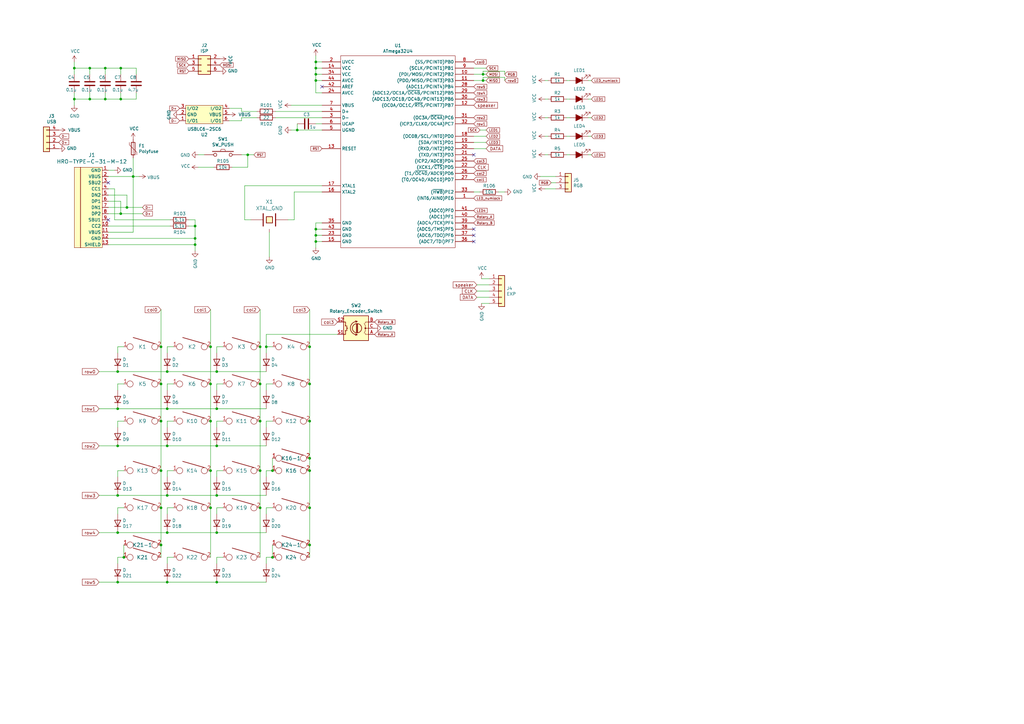
<source format=kicad_sch>
(kicad_sch (version 20230121) (generator eeschema)
  (paper "A3")
  (junction (at 86.36 208.28))
  (junction (at 43.18 40.64))
  (junction (at 127 187.96))
  (junction (at 129.54 27.94))
  (junction (at 88.9 182.88))
  (junction (at 129.54 93.98))
  (junction (at 80.01 97.79))
  (junction (at 48.26 203.2))
  (junction (at 30.48 27.94))
  (junction (at 66.04 142.24))
  (junction (at 86.36 193.04))
  (junction (at 80.01 92.71))
  (junction (at 111.76 228.6))
  (junction (at 129.54 33.02))
  (junction (at 66.04 172.72))
  (junction (at 129.54 96.52))
  (junction (at 86.36 142.24))
  (junction (at 86.36 172.72))
  (junction (at 129.54 30.48))
  (junction (at 49.53 87.63))
  (junction (at 68.58 203.2))
  (junction (at 36.83 40.64))
  (junction (at 127 223.52))
  (junction (at 80.01 100.33))
  (junction (at 198.12 33.02))
  (junction (at 66.04 193.04))
  (junction (at 88.9 167.64))
  (junction (at 36.83 27.94))
  (junction (at 48.26 238.76))
  (junction (at 127 172.72))
  (junction (at 121.92 53.34))
  (junction (at 52.07 85.09))
  (junction (at 129.54 25.4))
  (junction (at 127 208.28))
  (junction (at 48.26 167.64))
  (junction (at 68.58 238.76))
  (junction (at 88.9 218.44))
  (junction (at 49.53 40.64))
  (junction (at 106.68 172.72))
  (junction (at 48.26 152.4))
  (junction (at 106.68 142.24))
  (junction (at 68.58 218.44))
  (junction (at 68.58 182.88))
  (junction (at 109.22 142.24))
  (junction (at 106.68 208.28))
  (junction (at 106.68 193.04))
  (junction (at 66.04 157.48))
  (junction (at 50.8 228.6))
  (junction (at 30.48 40.64))
  (junction (at 66.04 208.28))
  (junction (at 127 157.48))
  (junction (at 86.36 157.48))
  (junction (at 88.9 238.76))
  (junction (at 66.04 223.52))
  (junction (at 101.6 63.5))
  (junction (at 198.12 30.48))
  (junction (at 43.18 27.94))
  (junction (at 68.58 167.64))
  (junction (at 48.26 182.88))
  (junction (at 49.53 27.94))
  (junction (at 127 142.24))
  (junction (at 106.68 157.48))
  (junction (at 54.61 72.39))
  (junction (at 48.26 218.44))
  (junction (at 88.9 152.4))
  (junction (at 88.9 203.2))
  (junction (at 68.58 152.4))
  (junction (at 111.76 193.04))
  (junction (at 127 193.04))
  (junction (at 129.54 99.06))
  (no_connect (at 132.08 35.56))
  (no_connect (at 194.31 96.52))
  (no_connect (at 194.31 93.98))
  (no_connect (at 194.31 99.06))
  (no_connect (at 44.45 74.93))
  (no_connect (at 44.45 90.17))
  (no_connect (at 194.31 63.5))
  (wire (pts (xy 127 208.28) (xy 127 223.52)))
  (wire (pts (xy 48.26 193.04) (xy 50.8 193.04)))
  (wire (pts (xy 88.9 157.48) (xy 91.44 157.48)))
  (wire (pts (xy 198.12 31.75) (xy 207.01 31.75)))
  (wire (pts (xy 127 157.48) (xy 127 172.72)))
  (wire (pts (xy 241.3 55.88) (xy 242.57 55.88)))
  (wire (pts (xy 48.26 160.02) (xy 48.26 157.48)))
  (wire (pts (xy 48.26 208.28) (xy 50.8 208.28)))
  (wire (pts (xy 99.06 44.45) (xy 99.06 45.72)))
  (wire (pts (xy 49.53 87.63) (xy 49.53 82.55)))
  (wire (pts (xy 86.36 172.72) (xy 86.36 193.04)))
  (wire (pts (xy 68.58 182.88) (xy 88.9 182.88)))
  (wire (pts (xy 223.52 77.47) (xy 227.965 77.47)))
  (wire (pts (xy 113.03 48.26) (xy 132.08 48.26)))
  (wire (pts (xy 111.76 223.52) (xy 111.76 228.6)))
  (wire (pts (xy 109.22 195.58) (xy 109.22 193.04)))
  (wire (pts (xy 127 127) (xy 127 142.24)))
  (wire (pts (xy 48.26 228.6) (xy 50.8 228.6)))
  (wire (pts (xy 68.58 193.04) (xy 71.12 193.04)))
  (wire (pts (xy 100.33 90.17) (xy 102.87 90.17)))
  (wire (pts (xy 40.64 182.88) (xy 48.26 182.88)))
  (wire (pts (xy 129.54 27.94) (xy 129.54 30.48)))
  (wire (pts (xy 40.64 203.2) (xy 48.26 203.2)))
  (wire (pts (xy 68.58 160.02) (xy 68.58 157.48)))
  (wire (pts (xy 127 193.04) (xy 127 208.28)))
  (wire (pts (xy 223.52 63.5) (xy 224.79 63.5)))
  (wire (pts (xy 109.22 172.72) (xy 111.76 172.72)))
  (wire (pts (xy 48.26 238.76) (xy 68.58 238.76)))
  (wire (pts (xy 88.9 231.14) (xy 88.9 228.6)))
  (wire (pts (xy 111.76 187.96) (xy 111.76 193.04)))
  (wire (pts (xy 132.08 96.52) (xy 129.54 96.52)))
  (wire (pts (xy 129.54 22.86) (xy 129.54 25.4)))
  (wire (pts (xy 207.01 29.21) (xy 198.12 29.21)))
  (wire (pts (xy 101.6 63.5) (xy 101.6 68.58)))
  (wire (pts (xy 43.18 27.94) (xy 49.53 27.94)))
  (wire (pts (xy 197.485 124.46) (xy 200.66 124.46)))
  (wire (pts (xy 68.58 218.44) (xy 88.9 218.44)))
  (wire (pts (xy 68.58 157.48) (xy 71.12 157.48)))
  (wire (pts (xy 68.58 175.26) (xy 68.58 172.72)))
  (wire (pts (xy 36.83 30.48) (xy 36.83 27.94)))
  (wire (pts (xy 88.9 218.44) (xy 109.22 218.44)))
  (wire (pts (xy 129.54 91.44) (xy 129.54 93.98)))
  (wire (pts (xy 88.9 144.78) (xy 88.9 142.24)))
  (wire (pts (xy 132.08 27.94) (xy 129.54 27.94)))
  (wire (pts (xy 129.54 25.4) (xy 129.54 27.94)))
  (wire (pts (xy 88.9 193.04) (xy 91.44 193.04)))
  (wire (pts (xy 66.04 157.48) (xy 66.04 172.72)))
  (wire (pts (xy 77.47 92.71) (xy 80.01 92.71)))
  (wire (pts (xy 30.48 40.64) (xy 36.83 40.64)))
  (wire (pts (xy 68.58 172.72) (xy 71.12 172.72)))
  (wire (pts (xy 109.22 231.14) (xy 109.22 228.6)))
  (wire (pts (xy 100.33 90.17) (xy 100.33 76.2)))
  (wire (pts (xy 88.9 195.58) (xy 88.9 193.04)))
  (wire (pts (xy 44.45 77.47) (xy 46.99 77.47)))
  (wire (pts (xy 241.3 63.5) (xy 242.57 63.5)))
  (wire (pts (xy 52.07 80.01) (xy 52.07 85.09)))
  (wire (pts (xy 44.45 72.39) (xy 54.61 72.39)))
  (wire (pts (xy 55.88 27.94) (xy 55.88 30.48)))
  (wire (pts (xy 241.3 33.02) (xy 242.57 33.02)))
  (wire (pts (xy 81.28 63.5) (xy 83.82 63.5)))
  (wire (pts (xy 68.58 144.78) (xy 68.58 142.24)))
  (wire (pts (xy 52.07 85.09) (xy 58.42 85.09)))
  (wire (pts (xy 194.31 33.02) (xy 198.12 33.02)))
  (wire (pts (xy 100.33 76.2) (xy 132.08 76.2)))
  (wire (pts (xy 127 187.96) (xy 127 193.04)))
  (wire (pts (xy 48.26 167.64) (xy 68.58 167.64)))
  (wire (pts (xy 44.45 69.85) (xy 46.99 69.85)))
  (wire (pts (xy 233.68 33.02) (xy 232.41 33.02)))
  (wire (pts (xy 221.615 72.39) (xy 227.965 72.39)))
  (wire (pts (xy 43.18 30.48) (xy 43.18 27.94)))
  (wire (pts (xy 99.06 49.53) (xy 99.06 48.26)))
  (wire (pts (xy 199.39 60.96) (xy 194.31 60.96)))
  (wire (pts (xy 110.49 95.25) (xy 110.49 105.41)))
  (wire (pts (xy 132.08 78.74) (xy 120.65 78.74)))
  (wire (pts (xy 48.26 182.88) (xy 68.58 182.88)))
  (wire (pts (xy 109.22 137.16) (xy 109.22 142.24)))
  (wire (pts (xy 106.68 208.28) (xy 106.68 228.6)))
  (wire (pts (xy 99.06 45.72) (xy 105.41 45.72)))
  (wire (pts (xy 233.68 63.5) (xy 232.41 63.5)))
  (wire (pts (xy 30.48 40.64) (xy 30.48 43.18)))
  (wire (pts (xy 68.58 152.4) (xy 88.9 152.4)))
  (wire (pts (xy 195.58 119.38) (xy 200.66 119.38)))
  (wire (pts (xy 68.58 228.6) (xy 71.12 228.6)))
  (wire (pts (xy 36.83 27.94) (xy 43.18 27.94)))
  (wire (pts (xy 198.12 33.02) (xy 199.39 33.02)))
  (wire (pts (xy 86.36 142.24) (xy 86.36 127)))
  (wire (pts (xy 66.04 127) (xy 66.04 142.24)))
  (wire (pts (xy 127 172.72) (xy 127 187.96)))
  (wire (pts (xy 129.54 93.98) (xy 129.54 96.52)))
  (wire (pts (xy 196.85 53.34) (xy 199.39 53.34)))
  (wire (pts (xy 44.45 87.63) (xy 49.53 87.63)))
  (wire (pts (xy 129.54 101.6) (xy 129.54 99.06)))
  (wire (pts (xy 81.28 68.58) (xy 87.63 68.58)))
  (wire (pts (xy 48.26 157.48) (xy 50.8 157.48)))
  (wire (pts (xy 40.64 238.76) (xy 48.26 238.76)))
  (wire (pts (xy 68.58 142.24) (xy 71.12 142.24)))
  (wire (pts (xy 132.08 91.44) (xy 129.54 91.44)))
  (wire (pts (xy 194.31 27.94) (xy 199.39 27.94)))
  (wire (pts (xy 48.26 210.82) (xy 48.26 208.28)))
  (wire (pts (xy 55.88 40.64) (xy 55.88 38.1)))
  (wire (pts (xy 88.9 160.02) (xy 88.9 157.48)))
  (wire (pts (xy 49.53 40.64) (xy 49.53 38.1)))
  (wire (pts (xy 54.61 95.25) (xy 44.45 95.25)))
  (wire (pts (xy 88.9 152.4) (xy 109.22 152.4)))
  (wire (pts (xy 49.53 87.63) (xy 58.42 87.63)))
  (wire (pts (xy 121.92 53.34) (xy 132.08 53.34)))
  (wire (pts (xy 198.12 29.21) (xy 198.12 30.48)))
  (wire (pts (xy 241.3 48.26) (xy 242.57 48.26)))
  (wire (pts (xy 207.01 78.74) (xy 204.47 78.74)))
  (wire (pts (xy 66.04 193.04) (xy 66.04 208.28)))
  (wire (pts (xy 40.64 218.44) (xy 48.26 218.44)))
  (wire (pts (xy 132.08 25.4) (xy 129.54 25.4)))
  (wire (pts (xy 109.22 193.04) (xy 111.76 193.04)))
  (wire (pts (xy 109.22 175.26) (xy 109.22 172.72)))
  (wire (pts (xy 106.68 193.04) (xy 106.68 208.28)))
  (wire (pts (xy 54.61 72.39) (xy 54.61 95.25)))
  (wire (pts (xy 195.58 116.84) (xy 200.66 116.84)))
  (wire (pts (xy 121.92 50.8) (xy 121.92 53.34)))
  (wire (pts (xy 30.48 25.4) (xy 30.48 27.94)))
  (wire (pts (xy 44.45 97.79) (xy 80.01 97.79)))
  (wire (pts (xy 109.22 210.82) (xy 109.22 208.28)))
  (wire (pts (xy 43.18 40.64) (xy 43.18 38.1)))
  (wire (pts (xy 36.83 40.64) (xy 43.18 40.64)))
  (wire (pts (xy 109.22 157.48) (xy 111.76 157.48)))
  (wire (pts (xy 127 142.24) (xy 127 157.48)))
  (wire (pts (xy 223.52 40.64) (xy 224.79 40.64)))
  (wire (pts (xy 233.68 48.26) (xy 232.41 48.26)))
  (wire (pts (xy 199.39 30.48) (xy 198.12 30.48)))
  (wire (pts (xy 86.36 157.48) (xy 86.36 142.24)))
  (wire (pts (xy 106.68 142.24) (xy 106.68 157.48)))
  (wire (pts (xy 132.08 50.8) (xy 129.54 50.8)))
  (wire (pts (xy 68.58 195.58) (xy 68.58 193.04)))
  (wire (pts (xy 99.06 48.26) (xy 105.41 48.26)))
  (wire (pts (xy 132.08 30.48) (xy 129.54 30.48)))
  (wire (pts (xy 109.22 142.24) (xy 111.76 142.24)))
  (wire (pts (xy 101.6 68.58) (xy 95.25 68.58)))
  (wire (pts (xy 88.9 167.64) (xy 109.22 167.64)))
  (wire (pts (xy 88.9 203.2) (xy 109.22 203.2)))
  (wire (pts (xy 44.45 80.01) (xy 52.07 80.01)))
  (wire (pts (xy 49.53 27.94) (xy 55.88 27.94)))
  (wire (pts (xy 106.68 172.72) (xy 106.68 193.04)))
  (wire (pts (xy 132.08 33.02) (xy 129.54 33.02)))
  (wire (pts (xy 49.53 40.64) (xy 55.88 40.64)))
  (wire (pts (xy 40.64 167.64) (xy 48.26 167.64)))
  (wire (pts (xy 46.99 77.47) (xy 46.99 90.17)))
  (wire (pts (xy 30.48 27.94) (xy 36.83 27.94)))
  (wire (pts (xy 30.48 27.94) (xy 30.48 30.48)))
  (wire (pts (xy 30.48 38.1) (xy 30.48 40.64)))
  (wire (pts (xy 49.53 30.48) (xy 49.53 27.94)))
  (wire (pts (xy 109.22 160.02) (xy 109.22 157.48)))
  (wire (pts (xy 36.83 40.64) (xy 36.83 38.1)))
  (wire (pts (xy 109.22 208.28) (xy 111.76 208.28)))
  (wire (pts (xy 66.04 223.52) (xy 66.04 228.6)))
  (wire (pts (xy 226.06 74.93) (xy 227.965 74.93)))
  (wire (pts (xy 52.07 85.09) (xy 44.45 85.09)))
  (wire (pts (xy 44.45 100.33) (xy 80.01 100.33)))
  (wire (pts (xy 241.3 40.64) (xy 242.57 40.64)))
  (wire (pts (xy 99.06 63.5) (xy 101.6 63.5)))
  (wire (pts (xy 66.04 172.72) (xy 66.04 193.04)))
  (wire (pts (xy 88.9 208.28) (xy 91.44 208.28)))
  (wire (pts (xy 120.65 78.74) (xy 120.65 90.17)))
  (wire (pts (xy 54.61 72.39) (xy 57.15 72.39)))
  (wire (pts (xy 88.9 175.26) (xy 88.9 172.72)))
  (wire (pts (xy 120.65 90.17) (xy 118.11 90.17)))
  (wire (pts (xy 68.58 167.64) (xy 88.9 167.64)))
  (wire (pts (xy 129.54 33.02) (xy 129.54 38.1)))
  (wire (pts (xy 129.54 99.06) (xy 132.08 99.06)))
  (wire (pts (xy 132.08 43.18) (xy 119.38 43.18)))
  (wire (pts (xy 199.39 55.88) (xy 194.31 55.88)))
  (wire (pts (xy 88.9 228.6) (xy 91.44 228.6)))
  (wire (pts (xy 106.68 157.48) (xy 106.68 172.72)))
  (wire (pts (xy 93.98 49.53) (xy 99.06 49.53)))
  (wire (pts (xy 113.03 45.72) (xy 132.08 45.72)))
  (wire (pts (xy 223.52 33.02) (xy 224.79 33.02)))
  (wire (pts (xy 207.01 30.48) (xy 207.01 29.21)))
  (wire (pts (xy 80.01 90.17) (xy 80.01 92.71)))
  (wire (pts (xy 88.9 142.24) (xy 91.44 142.24)))
  (wire (pts (xy 80.01 92.71) (xy 80.01 97.79)))
  (wire (pts (xy 86.36 172.72) (xy 86.36 157.48)))
  (wire (pts (xy 48.26 218.44) (xy 68.58 218.44)))
  (wire (pts (xy 93.98 44.45) (xy 99.06 44.45)))
  (wire (pts (xy 198.12 30.48) (xy 194.31 30.48)))
  (wire (pts (xy 223.52 48.26) (xy 224.79 48.26)))
  (wire (pts (xy 194.31 58.42) (xy 199.39 58.42)))
  (wire (pts (xy 196.85 78.74) (xy 194.31 78.74)))
  (wire (pts (xy 197.485 114.3) (xy 200.66 114.3)))
  (wire (pts (xy 86.36 208.28) (xy 86.36 228.6)))
  (wire (pts (xy 43.18 40.64) (xy 49.53 40.64)))
  (wire (pts (xy 198.12 31.75) (xy 198.12 33.02)))
  (wire (pts (xy 233.68 40.64) (xy 232.41 40.64)))
  (wire (pts (xy 88.9 172.72) (xy 91.44 172.72)))
  (wire (pts (xy 80.01 100.33) (xy 80.01 102.87)))
  (wire (pts (xy 77.47 90.17) (xy 80.01 90.17)))
  (wire (pts (xy 129.54 38.1) (xy 132.08 38.1)))
  (wire (pts (xy 88.9 210.82) (xy 88.9 208.28)))
  (wire (pts (xy 49.53 82.55) (xy 44.45 82.55)))
  (wire (pts (xy 68.58 203.2) (xy 88.9 203.2)))
  (wire (pts (xy 80.01 97.79) (xy 80.01 100.33)))
  (wire (pts (xy 48.26 195.58) (xy 48.26 193.04)))
  (wire (pts (xy 40.64 152.4) (xy 48.26 152.4)))
  (wire (pts (xy 127 223.52) (xy 127 228.6)))
  (wire (pts (xy 54.61 72.39) (xy 54.61 64.77)))
  (wire (pts (xy 88.9 238.76) (xy 109.22 238.76)))
  (wire (pts (xy 48.26 144.78) (xy 48.26 142.24)))
  (wire (pts (xy 86.36 208.28) (xy 86.36 193.04)))
  (wire (pts (xy 195.58 121.92) (xy 200.66 121.92)))
  (wire (pts (xy 66.04 142.24) (xy 66.04 157.48)))
  (wire (pts (xy 50.8 223.52) (xy 50.8 228.6)))
  (wire (pts (xy 48.26 203.2) (xy 68.58 203.2)))
  (wire (pts (xy 48.26 172.72) (xy 50.8 172.72)))
  (wire (pts (xy 132.08 93.98) (xy 129.54 93.98)))
  (wire (pts (xy 68.58 231.14) (xy 68.58 228.6)))
  (wire (pts (xy 138.43 137.16) (xy 109.22 137.16)))
  (wire (pts (xy 48.26 175.26) (xy 48.26 172.72)))
  (wire (pts (xy 48.26 231.14) (xy 48.26 228.6)))
  (wire (pts (xy 109.22 228.6) (xy 111.76 228.6)))
  (wire (pts (xy 68.58 238.76) (xy 88.9 238.76)))
  (wire (pts (xy 48.26 142.24) (xy 50.8 142.24)))
  (wire (pts (xy 106.68 127) (xy 106.68 142.24)))
  (wire (pts (xy 129.54 30.48) (xy 129.54 33.02)))
  (wire (pts (xy 88.9 182.88) (xy 109.22 182.88)))
  (wire (pts (xy 44.45 92.71) (xy 69.85 92.71)))
  (wire (pts (xy 119.38 53.34) (xy 121.92 53.34)))
  (wire (pts (xy 48.26 152.4) (xy 68.58 152.4)))
  (wire (pts (xy 223.52 55.88) (xy 224.79 55.88)))
  (wire (pts (xy 46.99 90.17) (xy 69.85 90.17)))
  (wire (pts (xy 68.58 210.82) (xy 68.58 208.28)))
  (wire (pts (xy 129.54 96.52) (xy 129.54 99.06)))
  (wire (pts (xy 66.04 208.28) (xy 66.04 223.52)))
  (wire (pts (xy 68.58 208.28) (xy 71.12 208.28)))
  (wire (pts (xy 207.01 33.02) (xy 207.01 31.75)))
  (wire (pts (xy 104.14 63.5) (xy 101.6 63.5)))
  (wire (pts (xy 233.68 55.88) (xy 232.41 55.88)))
  (wire (pts (xy 109.22 144.78) (xy 109.22 142.24)))
  (global_label "CLK" (shape input) (at 194.31 68.58 0) (property "Intersheetrefs" "${INTERSHEET_REFS}" (effects hide)))
  (global_label "D+" (shape input) (at 73.66 44.45 180) (effects (font (size 0.9906 0.9906))) (property "Intersheetrefs" "${INTERSHEET_REFS}" (effects hide)))
  (global_label "row2" (shape input) (at 40.64 182.88 180) (property "Intersheetrefs" "${INTERSHEET_REFS}" (effects hide)))
  (global_label "CLK" (shape input) (at 195.58 119.38 180) (property "Intersheetrefs" "${INTERSHEET_REFS}" (effects hide)))
  (global_label "LED1" (shape input) (at 199.39 53.34 0) (effects (font (size 0.9906 0.9906))) (property "Intersheetrefs" "${INTERSHEET_REFS}" (effects hide)))
  (global_label "LED4" (shape input) (at 242.57 63.5 0) (effects (font (size 0.9906 0.9906))) (property "Intersheetrefs" "${INTERSHEET_REFS}" (effects hide)))
  (global_label "LED1" (shape input) (at 242.57 40.64 0) (effects (font (size 0.9906 0.9906))) (property "Intersheetrefs" "${INTERSHEET_REFS}" (effects hide)))
  (global_label "DATA" (shape input) (at 195.58 121.92 180) (property "Intersheetrefs" "${INTERSHEET_REFS}" (effects hide)))
  (global_label "row0" (shape input) (at 207.01 33.02 0) (effects (font (size 0.9906 0.9906))) (property "Intersheetrefs" "${INTERSHEET_REFS}" (effects hide)))
  (global_label "col1" (shape input) (at 194.31 73.66 0) (effects (font (size 0.9906 0.9906))) (property "Intersheetrefs" "${INTERSHEET_REFS}" (effects hide)))
  (global_label "SCK" (shape input) (at 77.47 26.67 180) (effects (font (size 0.9906 0.9906))) (property "Intersheetrefs" "${INTERSHEET_REFS}" (effects hide)))
  (global_label "LED3" (shape input) (at 199.39 58.42 0) (effects (font (size 0.9906 0.9906))) (property "Intersheetrefs" "${INTERSHEET_REFS}" (effects hide)))
  (global_label "row4" (shape input) (at 40.64 218.44 180) (property "Intersheetrefs" "${INTERSHEET_REFS}" (effects hide)))
  (global_label "row0" (shape input) (at 40.64 152.4 180) (property "Intersheetrefs" "${INTERSHEET_REFS}" (effects hide)))
  (global_label "D+" (shape input) (at 24.13 58.42 0) (effects (font (size 0.9906 0.9906))) (property "Intersheetrefs" "${INTERSHEET_REFS}" (effects hide)))
  (global_label "row3" (shape input) (at 194.31 40.64 0) (effects (font (size 0.9906 0.9906))) (property "Intersheetrefs" "${INTERSHEET_REFS}" (effects hide)))
  (global_label "RST" (shape input) (at 104.14 63.5 0) (effects (font (size 0.9906 0.9906))) (property "Intersheetrefs" "${INTERSHEET_REFS}" (effects hide)))
  (global_label "row1" (shape input) (at 194.31 50.8 0) (effects (font (size 0.9906 0.9906))) (property "Intersheetrefs" "${INTERSHEET_REFS}" (effects hide)))
  (global_label "SCK" (shape input) (at 199.39 27.94 0) (effects (font (size 0.9906 0.9906))) (property "Intersheetrefs" "${INTERSHEET_REFS}" (effects hide)))
  (global_label "D-" (shape input) (at 73.66 49.53 180) (effects (font (size 0.9906 0.9906))) (property "Intersheetrefs" "${INTERSHEET_REFS}" (effects hide)))
  (global_label "LED3" (shape input) (at 242.57 55.88 0) (effects (font (size 0.9906 0.9906))) (property "Intersheetrefs" "${INTERSHEET_REFS}" (effects hide)))
  (global_label "Rotary_A" (shape input) (at 194.31 88.9 0) (effects (font (size 0.9906 0.9906))) (property "Intersheetrefs" "${INTERSHEET_REFS}" (effects hide)))
  (global_label "Rotary_B" (shape input) (at 153.67 132.08 0) (effects (font (size 0.9906 0.9906))) (property "Intersheetrefs" "${INTERSHEET_REFS}" (effects hide)))
  (global_label "RST" (shape input) (at 77.47 29.21 180) (effects (font (size 0.9906 0.9906))) (property "Intersheetrefs" "${INTERSHEET_REFS}" (effects hide)))
  (global_label "speaker" (shape input) (at 195.58 116.84 180) (property "Intersheetrefs" "${INTERSHEET_REFS}" (effects hide)))
  (global_label "col0" (shape input) (at 194.31 25.4 0) (effects (font (size 0.9906 0.9906))) (property "Intersheetrefs" "${INTERSHEET_REFS}" (effects hide)))
  (global_label "DATA" (shape input) (at 199.39 60.96 0) (property "Intersheetrefs" "${INTERSHEET_REFS}" (effects hide)))
  (global_label "col2" (shape input) (at 106.68 127 180) (property "Intersheetrefs" "${INTERSHEET_REFS}" (effects hide)))
  (global_label "col1" (shape input) (at 86.36 127 180) (property "Intersheetrefs" "${INTERSHEET_REFS}" (effects hide)))
  (global_label "row5" (shape input) (at 194.31 35.56 0) (effects (font (size 0.9906 0.9906))) (property "Intersheetrefs" "${INTERSHEET_REFS}" (effects hide)))
  (global_label "LED_numlock" (shape input) (at 242.57 33.02 0) (effects (font (size 0.9906 0.9906))) (property "Intersheetrefs" "${INTERSHEET_REFS}" (effects hide)))
  (global_label "speaker" (shape input) (at 194.31 43.18 0) (property "Intersheetrefs" "${INTERSHEET_REFS}" (effects hide)))
  (global_label "MOSI" (shape input) (at 90.17 26.67 0) (effects (font (size 0.9906 0.9906))) (property "Intersheetrefs" "${INTERSHEET_REFS}" (effects hide)))
  (global_label "col0" (shape input) (at 66.04 127 180) (property "Intersheetrefs" "${INTERSHEET_REFS}" (effects hide)))
  (global_label "row3" (shape input) (at 40.64 203.2 180) (property "Intersheetrefs" "${INTERSHEET_REFS}" (effects hide)))
  (global_label "col3" (shape input) (at 194.31 66.04 0) (effects (font (size 0.9906 0.9906))) (property "Intersheetrefs" "${INTERSHEET_REFS}" (effects hide)))
  (global_label "col3" (shape input) (at 127 127 180) (property "Intersheetrefs" "${INTERSHEET_REFS}" (effects hide)))
  (global_label "MISO" (shape input) (at 77.47 24.13 180) (effects (font (size 0.9906 0.9906))) (property "Intersheetrefs" "${INTERSHEET_REFS}" (effects hide)))
  (global_label "col2" (shape input) (at 194.31 71.12 0) (effects (font (size 0.9906 0.9906))) (property "Intersheetrefs" "${INTERSHEET_REFS}" (effects hide)))
  (global_label "D-" (shape input) (at 58.42 85.09 0) (effects (font (size 0.9906 0.9906))) (property "Intersheetrefs" "${INTERSHEET_REFS}" (effects hide)))
  (global_label "LED4" (shape input) (at 194.31 86.36 0) (effects (font (size 0.9906 0.9906))) (property "Intersheetrefs" "${INTERSHEET_REFS}" (effects hide)))
  (global_label "D-" (shape input) (at 24.13 55.88 0) (effects (font (size 0.9906 0.9906))) (property "Intersheetrefs" "${INTERSHEET_REFS}" (effects hide)))
  (global_label "Rotary_B" (shape input) (at 194.31 91.44 0) (effects (font (size 0.9906 0.9906))) (property "Intersheetrefs" "${INTERSHEET_REFS}" (effects hide)))
  (global_label "Rotary_A" (shape input) (at 153.67 137.16 0) (effects (font (size 0.9906 0.9906))) (property "Intersheetrefs" "${INTERSHEET_REFS}" (effects hide)))
  (global_label "MISO" (shape input) (at 199.39 33.02 0) (effects (font (size 0.9906 0.9906))) (property "Intersheetrefs" "${INTERSHEET_REFS}" (effects hide)))
  (global_label "RGB" (shape input) (at 226.06 74.93 180) (effects (font (size 0.991 0.991))) (property "Intersheetrefs" "${INTERSHEET_REFS}" (effects hide)))
  (global_label "row5" (shape input) (at 40.64 238.76 180) (property "Intersheetrefs" "${INTERSHEET_REFS}" (effects hide)))
  (global_label "row4" (shape input) (at 194.31 38.1 0) (effects (font (size 0.9906 0.9906))) (property "Intersheetrefs" "${INTERSHEET_REFS}" (effects hide)))
  (global_label "RST" (shape input) (at 132.08 60.96 180) (effects (font (size 0.9906 0.9906))) (property "Intersheetrefs" "${INTERSHEET_REFS}" (effects hide)))
  (global_label "MOSI" (shape input) (at 199.39 30.48 0) (effects (font (size 0.9906 0.9906))) (property "Intersheetrefs" "${INTERSHEET_REFS}" (effects hide)))
  (global_label "row1" (shape input) (at 40.64 167.64 180) (property "Intersheetrefs" "${INTERSHEET_REFS}" (effects hide)))
  (global_label "row2" (shape input) (at 194.31 48.26 0) (effects (font (size 0.9906 0.9906))) (property "Intersheetrefs" "${INTERSHEET_REFS}" (effects hide)))
  (global_label "LED2" (shape input) (at 242.57 48.26 0) (effects (font (size 0.9906 0.9906))) (property "Intersheetrefs" "${INTERSHEET_REFS}" (effects hide)))
  (global_label "LED_numlock" (shape input) (at 194.31 81.28 0) (effects (font (size 0.9906 0.9906))) (property "Intersheetrefs" "${INTERSHEET_REFS}" (effects hide)))
  (global_label "D+" (shape input) (at 58.42 87.63 0) (effects (font (size 0.9906 0.9906))) (property "Intersheetrefs" "${INTERSHEET_REFS}" (effects hide)))
  (global_label "RGB" (shape input) (at 207.01 30.48 0) (effects (font (size 0.991 0.991))) (property "Intersheetrefs" "${INTERSHEET_REFS}" (effects hide)))
  (global_label "LED2" (shape input) (at 199.39 55.88 0) (effects (font (size 0.9906 0.9906))) (property "Intersheetrefs" "${INTERSHEET_REFS}" (effects hide)))
  (global_label "col3" (shape input) (at 138.43 132.08 180) (property "Intersheetrefs" "${INTERSHEET_REFS}" (effects hide)))
  (global_label "SCK" (shape input) (at 196.85 53.34 180) (effects (font (size 0.9906 0.9906))) (property "Intersheetrefs" "${INTERSHEET_REFS}" (effects hide)))
  (symbol (lib_id "atmel:ATmega32U4") (at 163.83 64.77 0) (unit 1)
    (property "Reference" "U1" (at 163.195 18.669 0))
    (property "Value" "ATmega32U4" (at 163.195 20.9804 0))
    (property "Footprint" "Keeb_components:ATMEGA32U4" (effects hide))
  )
  (symbol (lib_id "Device:R") (at 109.22 45.72 270) (unit 1)
    (property "Reference" "R101" (at 109.22 43.18 90))
    (property "Value" "22" (at 109.22 45.72 90))
    (property "Footprint" "Keeb_components:R_0805" (effects hide))
  )
  (symbol (lib_id "Device:R") (at 109.22 48.26 90) (unit 1)
    (property "Reference" "R102" (at 109.22 50.8 90))
    (property "Value" "22" (at 109.22 48.26 90))
    (property "Footprint" "Keeb_components:R_0805" (effects hide))
  )
  (symbol (lib_id "Power:GND") (at 119.38 53.34 270) (unit 1)
    (property "Reference" "#PWR0101" (effects hide))
    (property "Value" "GND" (at 114.9858 53.467 0))
  )
  (symbol (lib_id "Power:VCC") (at 129.54 22.86 0) (unit 1)
    (property "Reference" "#PWR0103" (effects hide))
    (property "Value" "VCC" (at 129.9718 18.4658 0))
  )
  (symbol (lib_id "keyboard_parts:SW_PUSH") (at 91.44 63.5 0) (unit 1)
    (property "Reference" "SW1" (at 91.44 57.023 0))
    (property "Value" "SW_PUSH" (at 91.44 59.3344 0))
    (property "Footprint" "Keeb_components:HRO_K2-1109DE-D4SW-01" (effects hide))
  )
  (symbol (lib_id "Power:VCC") (at 81.28 68.58 90) (unit 1)
    (property "Reference" "#PWR0104" (effects hide))
    (property "Value" "VCC" (at 78.0542 68.1228 90) (effects (justify left)))
  )
  (symbol (lib_id "Device:R") (at 91.44 68.58 270) (unit 1)
    (property "Reference" "R105" (at 91.44 66.04 90))
    (property "Value" "10k" (at 91.44 68.58 90))
    (property "Footprint" "Keeb_components:R_0805" (effects hide))
  )
  (symbol (lib_id "Power:GND") (at 81.28 63.5 270) (unit 1)
    (property "Reference" "#PWR0105" (effects hide))
    (property "Value" "GND" (at 78.0288 63.627 90) (effects (justify right)))
  )
  (symbol (lib_id "Device:R") (at 200.66 78.74 270) (unit 1)
    (property "Reference" "R106" (at 200.66 76.2 90))
    (property "Value" "10k" (at 200.66 78.74 90))
    (property "Footprint" "Keeb_components:R_0805" (effects hide))
  )
  (symbol (lib_id "Power:GND") (at 207.01 78.74 90) (unit 1)
    (property "Reference" "#PWR0106" (effects hide))
    (property "Value" "GND" (at 210.2612 78.613 90) (effects (justify right)))
  )
  (symbol (lib_id "Device:C") (at 125.73 50.8 270) (unit 1)
    (property "Reference" "C3" (at 125.73 46.99 90))
    (property "Value" "1u" (at 128.27 52.07 90))
    (property "Footprint" "Keeb_components:C_0805" (effects hide))
  )
  (symbol (lib_id "keyboard_parts:XTAL_GND") (at 110.49 90.17 0) (unit 1)
    (property "Reference" "X1" (at 110.49 82.7532 0) (effects (font (size 1.524 1.524))))
    (property "Value" "XTAL_GND" (at 110.49 85.4456 0) (effects (font (size 1.524 1.524))))
    (property "Footprint" "Keeb_components:Resonator_SMD_muRata_CSTNExxV-3Pin-p1.2" (effects hide))
  )
  (symbol (lib_id "Power:GND") (at 110.49 105.41 0) (unit 1)
    (property "Reference" "#PWR0107" (effects hide))
    (property "Value" "GND" (at 110.617 109.8042 0))
  )
  (symbol (lib_id "Power:GND") (at 129.54 101.6 0) (unit 1)
    (property "Reference" "#PWR0108" (effects hide))
    (property "Value" "GND" (at 129.667 105.9942 0))
  )
  (symbol (lib_id "Power:VCC") (at 30.48 25.4 0) (unit 1)
    (property "Reference" "#PWR0109" (effects hide))
    (property "Value" "VCC" (at 30.9118 21.0058 0))
  )
  (symbol (lib_id "Power:GND") (at 30.48 43.18 0) (unit 1)
    (property "Reference" "#PWR0110" (effects hide))
    (property "Value" "GND" (at 30.607 47.5742 0))
  )
  (symbol (lib_id "Device:C") (at 30.48 34.29 180) (unit 1)
    (property "Reference" "C4" (at 29.21 31.75 0))
    (property "Value" "0.1u" (at 29.21 36.83 0))
    (property "Footprint" "Keeb_components:C_0805" (effects hide))
  )
  (symbol (lib_id "Device:C") (at 36.83 34.29 180) (unit 1)
    (property "Reference" "C5" (at 35.56 31.75 0))
    (property "Value" "0.1u" (at 35.56 36.83 0))
    (property "Footprint" "Keeb_components:C_0805" (effects hide))
  )
  (symbol (lib_id "Device:C") (at 43.18 34.29 180) (unit 1)
    (property "Reference" "C6" (at 41.91 31.75 0))
    (property "Value" "0.1u" (at 41.91 36.83 0))
    (property "Footprint" "Keeb_components:C_0805" (effects hide))
  )
  (symbol (lib_id "Device:C") (at 49.53 34.29 180) (unit 1)
    (property "Reference" "C7" (at 48.26 31.75 0))
    (property "Value" "0.1u" (at 48.26 36.83 0))
    (property "Footprint" "Keeb_components:C_0805" (effects hide))
  )
  (symbol (lib_id "Device:C") (at 55.88 34.29 180) (unit 1)
    (property "Reference" "C8" (at 54.61 31.75 0))
    (property "Value" "4.7u" (at 54.61 36.83 0))
    (property "Footprint" "Keeb_components:C_0805" (effects hide))
  )
  (symbol (lib_id "Device:Polyfuse") (at 54.61 60.96 0) (unit 1)
    (property "Reference" "F1" (at 56.8452 59.7916 0) (effects (justify left)))
    (property "Value" "Polyfuse" (at 56.8452 62.103 0) (effects (justify left)))
    (property "Footprint" "Keeb_components:R_0805" (effects hide))
  )
  (symbol (lib_id "keyboard_parts:USBLC6-2SC6") (at 83.82 46.99 0) (mirror x) (unit 1)
    (property "Reference" "U2" (at 83.82 55.245 0))
    (property "Value" "USBLC6-2SC6" (at 83.82 52.9336 0))
    (property "Footprint" "Keeb_components:USBLC6-2SC6" (effects hide))
    (property "Farnell" "1295310" (effects hide))
  )
  (symbol (lib_id "Type-C:HRO-TYPE-C-31-M-12") (at 41.91 83.82 0) (unit 1)
    (property "Reference" "J1" (at 37.6682 63.5762 0) (effects (font (size 1.524 1.524))))
    (property "Value" "HRO-TYPE-C-31-M-12" (at 37.6682 66.2686 0) (effects (font (size 1.524 1.524))))
    (property "Footprint" "Keeb_components:HRO-TYPE-C-31-M-12" (effects hide))
  )
  (symbol (lib_id "Power:GND") (at 46.99 69.85 90) (unit 1)
    (property "Reference" "#PWR0102" (effects hide))
    (property "Value" "GND" (at 50.2412 69.723 90) (effects (justify right)))
  )
  (symbol (lib_id "Device:R") (at 73.66 90.17 270) (unit 1)
    (property "Reference" "R103" (at 73.66 87.63 90))
    (property "Value" "5.1k" (at 73.66 90.17 90))
    (property "Footprint" "Keeb_components:R_0805" (effects hide))
  )
  (symbol (lib_id "Device:R") (at 73.66 92.71 90) (unit 1)
    (property "Reference" "R104" (at 73.66 95.25 90))
    (property "Value" "5.1k" (at 73.66 92.71 90))
    (property "Footprint" "Keeb_components:R_0805" (effects hide))
  )
  (symbol (lib_id "Power:GND") (at 80.01 102.87 0) (unit 1)
    (property "Reference" "#PWR0111" (effects hide))
    (property "Value" "GND" (at 80.137 106.1212 90) (effects (justify right)))
  )
  (symbol (lib_id "Power:VCC") (at 54.61 57.15 0) (unit 1)
    (property "Reference" "#PWR0112" (effects hide))
    (property "Value" "VCC" (at 55.0418 52.7558 0))
  )
  (symbol (lib_id "Power:VCC") (at 119.38 43.18 90) (unit 1)
    (property "Reference" "#PWR0113" (effects hide))
    (property "Value" "VCC" (at 114.9858 42.7482 0))
  )
  (symbol (lib_id "Power:VBUS") (at 57.15 72.39 270) (unit 1)
    (property "Reference" "#PWR0124" (effects hide))
    (property "Value" "VBUS" (at 60.4012 72.771 90) (effects (justify left)))
  )
  (symbol (lib_id "Power:VBUS") (at 93.98 46.99 270) (unit 1)
    (property "Reference" "#PWR0125" (effects hide))
    (property "Value" "VBUS" (at 97.79 46.99 90) (effects (justify left)))
  )
  (symbol (lib_id "Power:GND") (at 73.66 46.99 270) (unit 1)
    (property "Reference" "#PWR0126" (effects hide))
    (property "Value" "GND" (at 69.2658 47.117 0))
  )
  (symbol (lib_id "Connector_Generic:Conn_02x03_Odd_Even") (at 82.55 26.67 0) (unit 1)
    (property "Reference" "J2" (at 83.82 18.6182 0))
    (property "Value" "ISP" (at 83.82 20.9296 0))
    (property "Footprint" "Keeb_components:isp_standard" (effects hide))
  )
  (symbol (lib_id "Power:GND") (at 90.17 29.21 90) (unit 1)
    (property "Reference" "#PWR0120" (effects hide))
    (property "Value" "GND" (at 93.4212 29.083 90) (effects (justify right)))
  )
  (symbol (lib_id "Power:VCC") (at 90.17 24.13 270) (unit 1)
    (property "Reference" "#PWR0121" (effects hide))
    (property "Value" "VCC" (at 94.5642 24.5618 0))
  )
  (symbol (lib_id "keyboard_parts:KEYSW") (at 58.42 142.24 0) (mirror y) (unit 1)
    (property "Reference" "K1" (at 58.42 142.24 0) (effects (font (size 1.524 1.524))))
    (property "Value" "KEYSW" (effects hide))
    (property "Footprint" "Keeb_switches:CHERRY_PLATE_100H" (effects hide))
  )
  (symbol (lib_id "Device:D") (at 48.26 148.59 270) (mirror x) (unit 1)
    (property "Reference" "D1" (at 50.2666 149.7584 90) (effects (justify left)))
    (property "Value" "D" (at 50.2666 147.447 90) (effects (justify left)))
    (property "Footprint" "Keeb_components:D_0805" (effects hide))
  )
  (symbol (lib_id "keyboard_parts:KEYSW") (at 78.74 142.24 0) (mirror y) (unit 1)
    (property "Reference" "K2" (at 78.74 142.24 0) (effects (font (size 1.524 1.524))))
    (property "Value" "KEYSW" (effects hide))
    (property "Footprint" "Keeb_switches:CHERRY_PLATE_100H" (effects hide))
  )
  (symbol (lib_id "Device:D") (at 68.58 148.59 270) (mirror x) (unit 1)
    (property "Reference" "D2" (at 70.5866 149.7584 90) (effects (justify left)))
    (property "Value" "D" (at 70.5866 147.447 90) (effects (justify left)))
    (property "Footprint" "Keeb_components:D_0805" (effects hide))
  )
  (symbol (lib_id "keyboard_parts:KEYSW") (at 99.06 142.24 0) (mirror y) (unit 1)
    (property "Reference" "K3" (at 99.06 142.24 0) (effects (font (size 1.524 1.524))))
    (property "Value" "KEYSW" (effects hide))
    (property "Footprint" "Keeb_switches:CHERRY_PLATE_100H" (effects hide))
  )
  (symbol (lib_id "Device:D") (at 88.9 148.59 270) (mirror x) (unit 1)
    (property "Reference" "D3" (at 90.9066 149.7584 90) (effects (justify left)))
    (property "Value" "D" (at 90.9066 147.447 90) (effects (justify left)))
    (property "Footprint" "Keeb_components:D_0805" (effects hide))
  )
  (symbol (lib_id "keyboard_parts:KEYSW") (at 119.38 142.24 0) (mirror y) (unit 1)
    (property "Reference" "K4" (at 119.38 142.24 0) (effects (font (size 1.524 1.524))))
    (property "Value" "KEYSW" (effects hide))
    (property "Footprint" "Keeb_switches:CHERRY_PLATE_100H" (effects hide))
  )
  (symbol (lib_id "Device:D") (at 109.22 148.59 270) (mirror x) (unit 1)
    (property "Reference" "D4" (at 111.2266 149.7584 90) (effects (justify left)))
    (property "Value" "D" (at 111.2266 147.447 90) (effects (justify left)))
    (property "Footprint" "Keeb_components:D_0805" (effects hide))
  )
  (symbol (lib_id "keyboard_parts:KEYSW") (at 58.42 157.48 0) (mirror y) (unit 1)
    (property "Reference" "K5" (at 58.42 157.48 0) (effects (font (size 1.524 1.524))))
    (property "Value" "KEYSW" (effects hide))
    (property "Footprint" "Keeb_switches:CHERRY_PLATE_100H" (effects hide))
  )
  (symbol (lib_id "Device:D") (at 48.26 163.83 270) (mirror x) (unit 1)
    (property "Reference" "D5" (at 50.2666 164.9984 90) (effects (justify left)))
    (property "Value" "D" (at 50.2666 162.687 90) (effects (justify left)))
    (property "Footprint" "Keeb_components:D_0805" (effects hide))
  )
  (symbol (lib_id "keyboard_parts:KEYSW") (at 78.74 157.48 0) (mirror y) (unit 1)
    (property "Reference" "K6" (at 78.74 157.48 0) (effects (font (size 1.524 1.524))))
    (property "Value" "KEYSW" (effects hide))
    (property "Footprint" "Keeb_switches:CHERRY_PLATE_100H" (effects hide))
  )
  (symbol (lib_id "Device:D") (at 68.58 163.83 270) (mirror x) (unit 1)
    (property "Reference" "D6" (at 70.5866 164.9984 90) (effects (justify left)))
    (property "Value" "D" (at 70.5866 162.687 90) (effects (justify left)))
    (property "Footprint" "Keeb_components:D_0805" (effects hide))
  )
  (symbol (lib_id "keyboard_parts:KEYSW") (at 99.06 157.48 0) (mirror y) (unit 1)
    (property "Reference" "K7" (at 99.06 157.48 0) (effects (font (size 1.524 1.524))))
    (property "Value" "KEYSW" (effects hide))
    (property "Footprint" "Keeb_switches:CHERRY_PLATE_100H" (effects hide))
  )
  (symbol (lib_id "Device:D") (at 88.9 163.83 270) (mirror x) (unit 1)
    (property "Reference" "D7" (at 90.9066 164.9984 90) (effects (justify left)))
    (property "Value" "D" (at 90.9066 162.687 90) (effects (justify left)))
    (property "Footprint" "Keeb_components:D_0805" (effects hide))
  )
  (symbol (lib_id "keyboard_parts:KEYSW") (at 119.38 157.48 0) (mirror y) (unit 1)
    (property "Reference" "K8" (at 119.38 157.48 0) (effects (font (size 1.524 1.524))))
    (property "Value" "KEYSW" (effects hide))
    (property "Footprint" "Keeb_switches:CHERRY_PLATE_100H" (effects hide))
  )
  (symbol (lib_id "Device:D") (at 109.22 163.83 270) (mirror x) (unit 1)
    (property "Reference" "D8" (at 111.2266 164.9984 90) (effects (justify left)))
    (property "Value" "D" (at 111.2266 162.687 90) (effects (justify left)))
    (property "Footprint" "Keeb_components:D_0805" (effects hide))
  )
  (symbol (lib_id "keyboard_parts:KEYSW") (at 58.42 172.72 0) (mirror y) (unit 1)
    (property "Reference" "K9" (at 58.42 172.72 0) (effects (font (size 1.524 1.524))))
    (property "Value" "KEYSW" (effects hide))
    (property "Footprint" "Keeb_switches:CHERRY_PLATE_100H" (effects hide))
  )
  (symbol (lib_id "Device:D") (at 48.26 179.07 270) (mirror x) (unit 1)
    (property "Reference" "D9" (at 50.2666 180.2384 90) (effects (justify left)))
    (property "Value" "D" (at 50.2666 177.927 90) (effects (justify left)))
    (property "Footprint" "Keeb_components:D_0805" (effects hide))
  )
  (symbol (lib_id "keyboard_parts:KEYSW") (at 78.74 172.72 0) (mirror y) (unit 1)
    (property "Reference" "K10" (at 78.74 172.72 0) (effects (font (size 1.524 1.524))))
    (property "Value" "KEYSW" (effects hide))
    (property "Footprint" "Keeb_switches:CHERRY_PLATE_100H" (effects hide))
  )
  (symbol (lib_id "Device:D") (at 68.58 179.07 270) (mirror x) (unit 1)
    (property "Reference" "D10" (at 70.5866 180.2384 90) (effects (justify left)))
    (property "Value" "D" (at 70.5866 177.927 90) (effects (justify left)))
    (property "Footprint" "Keeb_components:D_0805" (effects hide))
  )
  (symbol (lib_id "keyboard_parts:KEYSW") (at 99.06 172.72 0) (mirror y) (unit 1)
    (property "Reference" "K11" (at 99.06 172.72 0) (effects (font (size 1.524 1.524))))
    (property "Value" "KEYSW" (effects hide))
    (property "Footprint" "Keeb_switches:CHERRY_PLATE_100H" (effects hide))
  )
  (symbol (lib_id "Device:D") (at 88.9 179.07 270) (mirror x) (unit 1)
    (property "Reference" "D11" (at 90.9066 180.2384 90) (effects (justify left)))
    (property "Value" "D" (at 90.9066 177.927 90) (effects (justify left)))
    (property "Footprint" "Keeb_components:D_0805" (effects hide))
  )
  (symbol (lib_id "keyboard_parts:KEYSW") (at 119.38 172.72 0) (mirror y) (unit 1)
    (property "Reference" "K12" (at 119.38 172.72 0) (effects (font (size 1.524 1.524))))
    (property "Value" "KEYSW" (effects hide))
    (property "Footprint" "Keeb_switches:CHERRY_PLATE_100H" (effects hide))
  )
  (symbol (lib_id "Device:D") (at 109.22 179.07 270) (mirror x) (unit 1)
    (property "Reference" "D12" (at 111.2266 180.2384 90) (effects (justify left)))
    (property "Value" "D" (at 111.2266 177.927 90) (effects (justify left)))
    (property "Footprint" "Keeb_components:D_0805" (effects hide))
  )
  (symbol (lib_id "keyboard_parts:KEYSW") (at 58.42 193.04 0) (mirror y) (unit 1)
    (property "Reference" "K13" (at 58.42 193.04 0) (effects (font (size 1.524 1.524))))
    (property "Value" "KEYSW" (effects hide))
    (property "Footprint" "Keeb_switches:CHERRY_PLATE_100H" (effects hide))
  )
  (symbol (lib_id "Device:D") (at 48.26 199.39 270) (mirror x) (unit 1)
    (property "Reference" "D13" (at 50.2666 200.5584 90) (effects (justify left)))
    (property "Value" "D" (at 50.2666 198.247 90) (effects (justify left)))
    (property "Footprint" "Keeb_components:D_0805" (effects hide))
  )
  (symbol (lib_id "keyboard_parts:KEYSW") (at 78.74 193.04 0) (mirror y) (unit 1)
    (property "Reference" "K14" (at 78.74 193.04 0) (effects (font (size 1.524 1.524))))
    (property "Value" "KEYSW" (effects hide))
    (property "Footprint" "Keeb_switches:CHERRY_PLATE_100H" (effects hide))
  )
  (symbol (lib_id "Device:D") (at 68.58 199.39 270) (mirror x) (unit 1)
    (property "Reference" "D14" (at 70.5866 200.5584 90) (effects (justify left)))
    (property "Value" "D" (at 70.5866 198.247 90) (effects (justify left)))
    (property "Footprint" "Keeb_components:D_0805" (effects hide))
  )
  (symbol (lib_id "keyboard_parts:KEYSW") (at 99.06 193.04 0) (mirror y) (unit 1)
    (property "Reference" "K15" (at 99.06 193.04 0) (effects (font (size 1.524 1.524))))
    (property "Value" "KEYSW" (effects hide))
    (property "Footprint" "Keeb_switches:CHERRY_PLATE_100H" (effects hide))
  )
  (symbol (lib_id "Device:D") (at 88.9 199.39 270) (mirror x) (unit 1)
    (property "Reference" "D15" (at 90.9066 200.5584 90) (effects (justify left)))
    (property "Value" "D" (at 90.9066 198.247 90) (effects (justify left)))
    (property "Footprint" "Keeb_components:D_0805" (effects hide))
  )
  (symbol (lib_id "keyboard_parts:KEYSW") (at 119.38 193.04 0) (mirror y) (unit 1)
    (property "Reference" "K16" (at 119.38 193.04 0) (effects (font (size 1.524 1.524))))
    (property "Value" "KEYSW" (effects hide))
    (property "Footprint" "Keeb_switches:CHERRY_PLATE_100H" (effects hide))
  )
  (symbol (lib_id "Device:D") (at 109.22 199.39 270) (mirror x) (unit 1)
    (property "Reference" "D16" (at 111.2266 200.5584 90) (effects (justify left)))
    (property "Value" "D" (at 111.2266 198.247 90) (effects (justify left)))
    (property "Footprint" "Keeb_components:D_0805" (effects hide))
  )
  (symbol (lib_id "keyboard_parts:KEYSW") (at 58.42 208.28 0) (mirror y) (unit 1)
    (property "Reference" "K17" (at 58.42 208.28 0) (effects (font (size 1.524 1.524))))
    (property "Value" "KEYSW" (effects hide))
    (property "Footprint" "Keeb_switches:CHERRY_PLATE_100H" (effects hide))
  )
  (symbol (lib_id "Device:D") (at 48.26 214.63 270) (mirror x) (unit 1)
    (property "Reference" "D17" (at 50.2666 215.7984 90) (effects (justify left)))
    (property "Value" "D" (at 50.2666 213.487 90) (effects (justify left)))
    (property "Footprint" "Keeb_components:D_0805" (effects hide))
  )
  (symbol (lib_id "keyboard_parts:KEYSW") (at 78.74 208.28 0) (mirror y) (unit 1)
    (property "Reference" "K18" (at 78.74 208.28 0) (effects (font (size 1.524 1.524))))
    (property "Value" "KEYSW" (effects hide))
    (property "Footprint" "Keeb_switches:CHERRY_PLATE_100H" (effects hide))
  )
  (symbol (lib_id "Device:D") (at 68.58 214.63 270) (mirror x) (unit 1)
    (property "Reference" "D18" (at 70.5866 215.7984 90) (effects (justify left)))
    (property "Value" "D" (at 70.5866 213.487 90) (effects (justify left)))
    (property "Footprint" "Keeb_components:D_0805" (effects hide))
  )
  (symbol (lib_id "keyboard_parts:KEYSW") (at 99.06 208.28 0) (mirror y) (unit 1)
    (property "Reference" "K19" (at 99.06 208.28 0) (effects (font (size 1.524 1.524))))
    (property "Value" "KEYSW" (effects hide))
    (property "Footprint" "Keeb_switches:CHERRY_PLATE_100H" (effects hide))
  )
  (symbol (lib_id "Device:D") (at 88.9 214.63 270) (mirror x) (unit 1)
    (property "Reference" "D19" (at 90.9066 215.7984 90) (effects (justify left)))
    (property "Value" "D" (at 90.9066 213.487 90) (effects (justify left)))
    (property "Footprint" "Keeb_components:D_0805" (effects hide))
  )
  (symbol (lib_id "keyboard_parts:KEYSW") (at 119.38 208.28 0) (mirror y) (unit 1)
    (property "Reference" "K20" (at 119.38 208.28 0) (effects (font (size 1.524 1.524))))
    (property "Value" "KEYSW" (effects hide))
    (property "Footprint" "Keeb_switches:CHERRY_PLATE_100H" (effects hide))
  )
  (symbol (lib_id "Device:D") (at 109.22 214.63 270) (mirror x) (unit 1)
    (property "Reference" "D20" (at 111.2266 215.7984 90) (effects (justify left)))
    (property "Value" "D" (at 111.2266 213.487 90) (effects (justify left)))
    (property "Footprint" "Keeb_components:D_0805" (effects hide))
  )
  (symbol (lib_id "keyboard_parts:KEYSW") (at 58.42 228.6 0) (mirror y) (unit 1)
    (property "Reference" "K21" (at 58.42 228.6 0) (effects (font (size 1.524 1.524))))
    (property "Value" "KEYSW" (effects hide))
    (property "Footprint" "Keeb_switches:CHERRY_PLATE_100H" (effects hide))
  )
  (symbol (lib_id "Device:D") (at 48.26 234.95 270) (mirror x) (unit 1)
    (property "Reference" "D21" (at 50.2666 236.1184 90) (effects (justify left)))
    (property "Value" "D" (at 50.2666 233.807 90) (effects (justify left)))
    (property "Footprint" "Keeb_components:D_0805" (effects hide))
  )
  (symbol (lib_id "keyboard_parts:KEYSW") (at 78.74 228.6 0) (mirror y) (unit 1)
    (property "Reference" "K22" (at 78.74 228.6 0) (effects (font (size 1.524 1.524))))
    (property "Value" "KEYSW" (effects hide))
    (property "Footprint" "Keeb_switches:CHERRY_PLATE_100H" (effects hide))
  )
  (symbol (lib_id "Device:D") (at 68.58 234.95 270) (mirror x) (unit 1)
    (property "Reference" "D22" (at 70.5866 236.1184 90) (effects (justify left)))
    (property "Value" "D" (at 70.5866 233.807 90) (effects (justify left)))
    (property "Footprint" "Keeb_components:D_0805" (effects hide))
  )
  (symbol (lib_id "keyboard_parts:KEYSW") (at 99.06 228.6 0) (mirror y) (unit 1)
    (property "Reference" "K23" (at 99.06 228.6 0) (effects (font (size 1.524 1.524))))
    (property "Value" "KEYSW" (effects hide))
    (property "Footprint" "Keeb_switches:CHERRY_PLATE_100H" (effects hide))
  )
  (symbol (lib_id "Device:D") (at 88.9 234.95 270) (mirror x) (unit 1)
    (property "Reference" "D23" (at 90.9066 236.1184 90) (effects (justify left)))
    (property "Value" "D" (at 90.9066 233.807 90) (effects (justify left)))
    (property "Footprint" "Keeb_components:D_0805" (effects hide))
  )
  (symbol (lib_id "keyboard_parts:KEYSW") (at 119.38 228.6 0) (mirror y) (unit 1)
    (property "Reference" "K24" (at 119.38 228.6 0) (effects (font (size 1.524 1.524))))
    (property "Value" "KEYSW" (effects hide))
    (property "Footprint" "Keeb_switches:CHERRY_PLATE_100H" (effects hide))
  )
  (symbol (lib_id "Device:D") (at 109.22 234.95 270) (mirror x) (unit 1)
    (property "Reference" "D24" (at 111.2266 236.1184 90) (effects (justify left)))
    (property "Value" "D" (at 111.2266 233.807 90) (effects (justify left)))
    (property "Footprint" "Keeb_components:D_0805" (effects hide))
  )
  (symbol (lib_id "Device:LED_ALT") (at 237.49 40.64 180) (unit 1)
    (property "Reference" "LED2" (at 237.6678 36.4744 0))
    (property "Value" "LED_ALT" (effects hide))
    (property "Footprint" "Keeb_switches:CHERRY_MX_LED" (effects hide))
  )
  (symbol (lib_id "Device:R") (at 228.6 40.64 90) (mirror x) (unit 1)
    (property "Reference" "R2" (at 228.6 38.1 90))
    (property "Value" "1k" (at 228.6 40.64 90))
    (property "Footprint" "Keeb_components:R_0805" (effects hide))
  )
  (symbol (lib_id "Power:VCC") (at 223.52 40.64 90) (unit 1)
    (property "Reference" "#PWR01" (effects hide))
    (property "Value" "VCC" (at 219.1258 40.2082 0))
  )
  (symbol (lib_id "Device:LED_ALT") (at 237.49 48.26 180) (unit 1)
    (property "Reference" "LED3" (at 237.6678 44.0944 0))
    (property "Value" "LED_ALT" (effects hide))
    (property "Footprint" "Keeb_switches:CHERRY_MX_LED" (effects hide))
  )
  (symbol (lib_id "Power:VCC") (at 223.52 48.26 90) (unit 1)
    (property "Reference" "#PWR02" (effects hide))
    (property "Value" "VCC" (at 219.1258 47.8282 0))
  )
  (symbol (lib_id "Device:R") (at 228.6 48.26 90) (mirror x) (unit 1)
    (property "Reference" "R3" (at 228.6 45.72 90))
    (property "Value" "1k" (at 228.6 48.26 90))
    (property "Footprint" "Keeb_components:R_0805" (effects hide))
  )
  (symbol (lib_id "Device:LED_ALT") (at 237.49 55.88 180) (unit 1)
    (property "Reference" "LED4" (at 237.6678 51.7144 0))
    (property "Value" "LED_ALT" (effects hide))
    (property "Footprint" "Keeb_switches:CHERRY_MX_LED" (effects hide))
  )
  (symbol (lib_id "Power:VCC") (at 223.52 55.88 90) (unit 1)
    (property "Reference" "#PWR03" (effects hide))
    (property "Value" "VCC" (at 219.1258 55.4482 0))
  )
  (symbol (lib_id "Device:R") (at 228.6 55.88 90) (mirror x) (unit 1)
    (property "Reference" "R4" (at 228.6 53.34 90))
    (property "Value" "1k" (at 228.6 55.88 90))
    (property "Footprint" "Keeb_components:R_0805" (effects hide))
  )
  (symbol (lib_id "Device:LED_ALT") (at 237.49 63.5 180) (unit 1)
    (property "Reference" "LED5" (at 237.6678 59.3344 0))
    (property "Value" "LED_ALT" (effects hide))
    (property "Footprint" "Keeb_switches:CHERRY_MX_LED" (effects hide))
  )
  (symbol (lib_id "Power:VCC") (at 223.52 63.5 90) (unit 1)
    (property "Reference" "#PWR04" (effects hide))
    (property "Value" "VCC" (at 219.1258 63.0682 0))
  )
  (symbol (lib_id "Device:R") (at 228.6 63.5 90) (mirror x) (unit 1)
    (property "Reference" "R5" (at 228.6 60.96 90))
    (property "Value" "1k" (at 228.6 63.5 90))
    (property "Footprint" "Keeb_components:R_0805" (effects hide))
  )
  (symbol (lib_id "keyboard_parts:KEYSW") (at 58.42 223.52 0) (mirror y) (unit 1)
    (property "Reference" "K21-1" (at 58.42 223.52 0) (effects (font (size 1.524 1.524))))
    (property "Value" "KEYSW" (effects hide))
    (property "Footprint" "Keeb_switches:CHERRY_PCB_200H" (effects hide))
  )
  (symbol (lib_id "keyboard_parts:KEYSW") (at 119.38 223.52 0) (mirror y) (unit 1)
    (property "Reference" "K24-1" (at 119.38 223.52 0) (effects (font (size 1.524 1.524))))
    (property "Value" "KEYSW" (effects hide))
    (property "Footprint" "Keeb_switches:CHERRY_PCB_200H_V" (effects hide))
  )
  (symbol (lib_id "keyboard_parts:KEYSW") (at 119.38 187.96 0) (mirror y) (unit 1)
    (property "Reference" "K16-1" (at 119.38 187.96 0) (effects (font (size 1.524 1.524))))
    (property "Value" "KEYSW" (effects hide))
    (property "Footprint" "Keeb_switches:CHERRY_PCB_200H_V" (effects hide))
  )
  (symbol (lib_id "Connector_Generic:Conn_01x04") (at 19.05 58.42 180) (unit 1)
    (property "Reference" "J3" (at 21.1328 47.625 0))
    (property "Value" "USB" (at 21.1328 49.9364 0))
    (property "Footprint" "Keeb_components:USB_breakout" (effects hide))
  )
  (symbol (lib_id "Power:VBUS") (at 24.13 53.34 270) (unit 1)
    (property "Reference" "#PWR0114" (effects hide))
    (property "Value" "VBUS" (at 27.94 53.34 90) (effects (justify left)))
  )
  (symbol (lib_id "Power:GND") (at 24.13 60.96 90) (unit 1)
    (property "Reference" "#PWR0115" (effects hide))
    (property "Value" "GND" (at 27.3812 60.833 90) (effects (justify right)))
  )
  (symbol (lib_id "Device:LED_ALT") (at 237.49 33.02 180) (unit 1)
    (property "Reference" "LED1" (at 237.6678 28.8544 0))
    (property "Value" "LED_ALT" (effects hide))
    (property "Footprint" "Keeb_switches:CHERRY_MX_LED" (effects hide))
  )
  (symbol (lib_id "Device:R") (at 228.6 33.02 90) (mirror x) (unit 1)
    (property "Reference" "R1" (at 228.6 30.48 90))
    (property "Value" "1k" (at 228.6 33.02 90))
    (property "Footprint" "Keeb_components:R_0805" (effects hide))
  )
  (symbol (lib_id "Power:VCC") (at 223.52 33.02 90) (unit 1)
    (property "Reference" "#PWR0116" (effects hide))
    (property "Value" "VCC" (at 219.1258 32.5882 0))
  )
  (symbol (lib_id "Device:Rotary_Encoder_Switch") (at 146.05 134.62 180) (unit 1)
    (property "Reference" "SW2" (at 146.05 125.2982 0))
    (property "Value" "Rotary_Encoder_Switch" (at 146.05 127.6096 0))
    (property "Footprint" "Keeb_components:RotaryEncoder_Alps_EC11" (effects hide))
  )
  (symbol (lib_id "Power:GND") (at 153.67 134.62 90) (unit 1)
    (property "Reference" "#PWR0117" (effects hide))
    (property "Value" "GND" (at 156.9212 134.493 90) (effects (justify right)))
  )
  (symbol (lib_id "Power:VCC") (at 223.52 77.47 90) (unit 1)
    (property "Reference" "#PWR0118" (effects hide))
    (property "Value" "VCC" (at 219.1258 77.0382 0))
  )
  (symbol (lib_id "Power:GND") (at 221.615 72.39 270) (unit 1)
    (property "Reference" "#PWR0119" (effects hide))
    (property "Value" "GND" (at 218.3638 72.517 90) (effects (justify right)))
  )
  (symbol (lib_id "Power:VCC") (at 197.485 114.3 0) (unit 1)
    (property "Reference" "#PWR05" (effects hide))
    (property "Value" "VCC" (at 197.8533 109.9756 0))
  )
  (symbol (lib_id "Connector_Generic:Conn_01x05") (at 205.74 119.38 0) (unit 1)
    (property "Reference" "J4" (at 207.772 118.281 0) (effects (justify left)))
    (property "Value" "EXP" (at 207.772 120.58 0) (effects (justify left)))
    (property "Footprint" "Connector_JST:JST_SH_SM05B-SRSS-TB_1x05-1MP_P1.00mm_Horizontal" (effects hide))
  )
  (symbol (lib_id "Power:GND") (at 197.485 124.46 0) (unit 1)
    (property "Reference" "#PWR06" (effects hide))
    (property "Value" "GND" (at 197.612 127.7112 90) (effects (justify right)))
  )
  (symbol (lib_id "Connector_Generic:Conn_01x03") (at 233.045 74.93 0) (unit 1)
    (property "Reference" "J5" (at 235.077 73.831 0) (effects (justify left)))
    (property "Value" "RGB" (at 235.077 76.13 0) (effects (justify left)))
    (property "Footprint" "Connector_PinHeader_2.54mm:PinHeader_1x03_P2.54mm_Vertical" (effects hide))
  )
)
</source>
